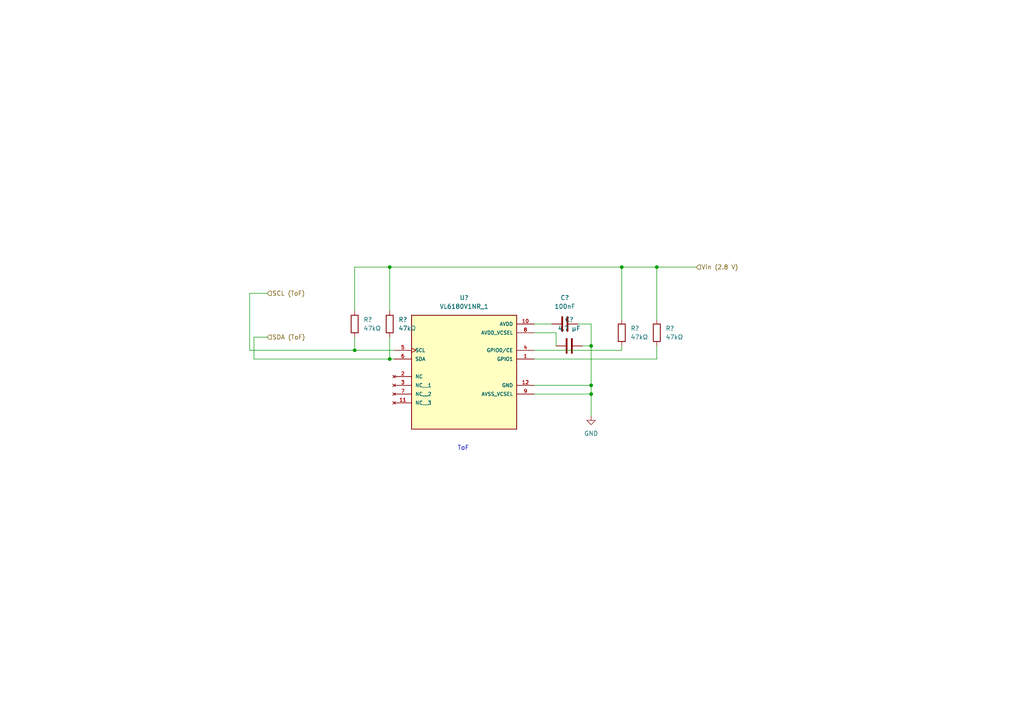
<source format=kicad_sch>
(kicad_sch (version 20250114) (generator "eeschema") (generator_version "9.0")
  (paper "A4")
  (lib_symbols
    (symbol "Device:C" (pin_numbers (hide yes)) (pin_names (offset 0.254))
      (property "Reference" "C" (at 0.635 2.54 0))
      (property "Value" "C" (at 0.635 -2.54 0))
      (symbol "C_0_1"
        (polyline (pts (xy -2.032 0.762) (xy 2.032 0.762)) (stroke (width 0.508)))
        (polyline (pts (xy -2.032 -0.762) (xy 2.032 -0.762)) (stroke (width 0.508)))
      )
      (symbol "C_1_1"
        (pin passive line (at 0 3.81 270) (length 2.794) (name "~") (number "1"))
        (pin passive line (at 0 -3.81 90) (length 2.794) (name "~") (number "2"))
      )
    )
    (symbol "Device:R" (pin_numbers (hide yes)) (pin_names (offset 0))
      (property "Reference" "R" (at 2.032 0 90))
      (property "Value" "R" (at 0 0 90))
      (symbol "R_0_1"
        (rectangle (start -1.016 -2.54) (end 1.016 2.54) (stroke (width 0.254)))
      )
      (symbol "R_1_1"
        (pin passive line (at 0 3.81 270) (length 1.27) (name "~") (number "1"))
        (pin passive line (at 0 -3.81 90) (length 1.27) (name "~") (number "2"))
      )
    )
    (symbol "VL6180:VL6180V1NR_1" (pin_names (offset 1.016))
      (property "Reference" "U" (at -15.2568 15.2484 0))
      (property "Value" "VL6180V1NR_1" (at -15.2519 -25.4079 0))
      (symbol "VL6180V1NR_1_0_0"
        (rectangle (start -15.24 -20.32) (end 15.24 12.7) (stroke (width 0.254)) (fill (type background)))
        (pin input clock (at -20.32 2.54 0) (length 5.08) (name "SCL") (number "5"))
        (pin bidirectional line (at -20.32 0 0) (length 5.08) (name "SDA") (number "6"))
        (pin no_connect line (at -20.32 -5.08 0) (length 5.08) (name "NC") (number "2"))
        (pin no_connect line (at -20.32 -7.62 0) (length 5.08) (name "NC__1") (number "3"))
        (pin no_connect line (at -20.32 -10.16 0) (length 5.08) (name "NC__2") (number "7"))
        (pin no_connect line (at -20.32 -12.7 0) (length 5.08) (name "NC__3") (number "11"))
        (pin power_in line (at 20.32 10.16 180) (length 5.08) (name "AVDD") (number "10"))
        (pin power_in line (at 20.32 7.62 180) (length 5.08) (name "AVDD_VCSEL") (number "8"))
        (pin bidirectional line (at 20.32 2.54 180) (length 5.08) (name "GPIO0/CE") (number "4"))
        (pin bidirectional line (at 20.32 0 180) (length 5.08) (name "GPIO1") (number "1"))
        (pin power_in line (at 20.32 -7.62 180) (length 5.08) (name "GND") (number "12"))
        (pin power_in line (at 20.32 -10.16 180) (length 5.08) (name "AVSS_VCSEL") (number "9"))
      )
    )
    (symbol "power:GND" (power) (pin_numbers (hide yes)) (pin_names (offset 0) (hide yes))
      (property "Value" "GND" (at 0 -3.81 0))
      (symbol "GND_0_1"
        (polyline (pts (xy 0 0) (xy 0 -1.27) (xy 1.27 -1.27) (xy 0 -2.54) (xy -1.27 -1.27) (xy 0 -1.27)))
      )
      (symbol "GND_1_1"
        (pin power_in line (at 0 0 270) (length 0) (name "~") (number "1"))
      )
    )
  )
  (text "ToF\n" (at 134.366 130.048 0) (effects (font (size 1.27 1.27))))
  (junction (at 171.45 111.76))
  (junction (at 113.03 77.47))
  (junction (at 171.45 100.33))
  (junction (at 113.03 104.14))
  (junction (at 180.34 77.47))
  (junction (at 190.5 77.47))
  (junction (at 171.45 114.3))
  (junction (at 102.87 101.6))
  (wire (pts (xy 190.5 77.47) (xy 190.5 92.71)))
  (wire (pts (xy 113.03 77.47) (xy 102.87 77.47)))
  (wire (pts (xy 102.87 97.79) (xy 102.87 101.6)))
  (wire (pts (xy 168.91 100.33) (xy 171.45 100.33)))
  (wire (pts (xy 190.5 77.47) (xy 180.34 77.47)))
  (wire (pts (xy 161.29 100.33) (xy 161.29 96.52)))
  (wire (pts (xy 72.39 101.6) (xy 72.39 85.09)))
  (wire (pts (xy 171.45 111.76) (xy 171.45 114.3)))
  (wire (pts (xy 190.5 100.33) (xy 190.5 104.14)))
  (wire (pts (xy 113.03 104.14) (xy 73.66 104.14)))
  (wire (pts (xy 113.03 97.79) (xy 113.03 104.14)))
  (wire (pts (xy 201.93 77.47) (xy 190.5 77.47)))
  (wire (pts (xy 73.66 97.79) (xy 77.47 97.79)))
  (wire (pts (xy 171.45 114.3) (xy 171.45 120.65)))
  (wire (pts (xy 154.94 101.6) (xy 180.34 101.6)))
  (wire (pts (xy 154.94 111.76) (xy 171.45 111.76)))
  (wire (pts (xy 102.87 101.6) (xy 114.3 101.6)))
  (wire (pts (xy 154.94 93.98) (xy 160.02 93.98)))
  (wire (pts (xy 154.94 114.3) (xy 171.45 114.3)))
  (wire (pts (xy 167.64 93.98) (xy 171.45 93.98)))
  (wire (pts (xy 154.94 104.14) (xy 190.5 104.14)))
  (wire (pts (xy 102.87 77.47) (xy 102.87 90.17)))
  (wire (pts (xy 102.87 101.6) (xy 72.39 101.6)))
  (wire (pts (xy 180.34 77.47) (xy 180.34 92.71)))
  (wire (pts (xy 171.45 100.33) (xy 171.45 111.76)))
  (wire (pts (xy 73.66 104.14) (xy 73.66 97.79)))
  (wire (pts (xy 180.34 100.33) (xy 180.34 101.6)))
  (wire (pts (xy 161.29 96.52) (xy 154.94 96.52)))
  (wire (pts (xy 72.39 85.09) (xy 77.47 85.09)))
  (wire (pts (xy 171.45 93.98) (xy 171.45 100.33)))
  (wire (pts (xy 113.03 104.14) (xy 114.3 104.14)))
  (wire (pts (xy 113.03 77.47) (xy 113.03 90.17)))
  (wire (pts (xy 180.34 77.47) (xy 113.03 77.47)))
  (hierarchical_label "SCL (ToF)" (shape input) (at 77.47 85.09 0))
  (hierarchical_label "Vin (2.8 V)" (shape input) (at 201.93 77.47 0))
  (hierarchical_label "SDA (ToF)" (shape input) (at 77.47 97.79 0))
  (symbol (lib_id "VL6180:VL6180V1NR_1") (at 134.62 104.14 0) (unit 1)
    (property "Reference" "U?" (at 134.62 86.36 0))
    (property "Value" "VL6180V1NR_1" (at 134.62 88.9 0))
    (property "Footprint" "VL6180V1NR_1:XDCR_VL6180V1NR_1" (effects (hide yes)))
    (property "PARTREV" "A" (effects (hide yes)))
    (property "STANDARD" "Manufacturer Recommendations" (effects (hide yes)))
    (property "MAXIMUM_PACKAGE_HEIGHT" "1.1 mm" (effects (hide yes)))
    (property "MANUFACTURER" "STMicroelectronics" (effects (hide yes)))
  )
  (symbol (lib_id "Device:C") (at 165.1 100.33 90) (unit 1)
    (property "Reference" "C?" (at 165.1 92.71 90))
    (property "Value" "4.7 μF" (at 165.1 95.25 90))
    (property "Description" "Unpolarized capacitor" (effects (hide yes)))
  )
  (symbol (lib_id "Device:C") (at 163.83 93.98 90) (unit 1)
    (property "Reference" "C?" (at 163.83 86.36 90))
    (property "Value" "100nF" (at 163.83 88.9 90))
    (property "Description" "Unpolarized capacitor" (effects (hide yes)))
  )
  (symbol (lib_id "Device:R") (at 113.03 93.98 0) (unit 1)
    (property "Reference" "R?" (at 115.57 92.7099 0) (effects (justify left)))
    (property "Value" "47kΩ" (at 115.57 95.2499 0) (effects (justify left)))
    (property "Description" "Resistor" (effects (hide yes)))
  )
  (symbol (lib_id "Device:R") (at 102.87 93.98 0) (unit 1)
    (property "Reference" "R?" (at 105.41 92.7099 0) (effects (justify left)))
    (property "Value" "47kΩ" (at 105.41 95.2499 0) (effects (justify left)))
    (property "Description" "Resistor" (effects (hide yes)))
  )
  (symbol (lib_id "power:GND") (at 171.45 120.65 0) (unit 1)
    (property "Reference" "#PWR?" (effects (hide yes)))
    (property "Value" "GND" (at 171.45 125.73 0))
    (property "Description" "Power symbol creates a global label with name \"GND\" , ground" (effects (hide yes)))
  )
  (symbol (lib_id "Device:R") (at 180.34 96.52 0) (unit 1)
    (property "Reference" "R?" (at 182.88 95.2499 0) (effects (justify left)))
    (property "Value" "47kΩ" (at 182.88 97.7899 0) (effects (justify left)))
    (property "Description" "Resistor" (effects (hide yes)))
  )
  (symbol (lib_id "Device:R") (at 190.5 96.52 0) (unit 1)
    (property "Reference" "R?" (at 193.04 95.2499 0) (effects (justify left)))
    (property "Value" "47kΩ" (at 193.04 97.7899 0) (effects (justify left)))
    (property "Description" "Resistor" (effects (hide yes)))
  )
)
</source>
